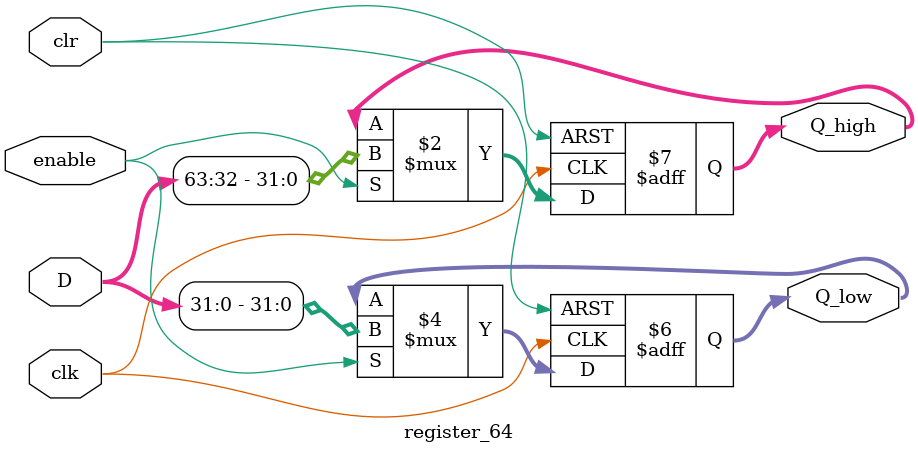
<source format=v>
module register_64 (
    input wire clr,             // Asynchronous reset (active high)
    input wire clk,             // Clock signal
    input wire enable,          // Load enable signal
    input wire [63:0] D,        // Data input
    output reg [31:0] Q_low,     // Data output low 32 bits
	 output reg [63:32] Q_high     // Data output high 32 bits (stored value)
);

    // Register data storage logic
    always @(negedge clk or posedge clr) begin
        if (clr) begin
            Q_low <= 16'b0; // Clear register to zero on reset
				Q_high <= 16'b0;
        end else if (enable) begin
            Q_low <= D[31:0];     // Load new data when load is high
				Q_high <= D[63:32];
        end
    end

endmodule

</source>
